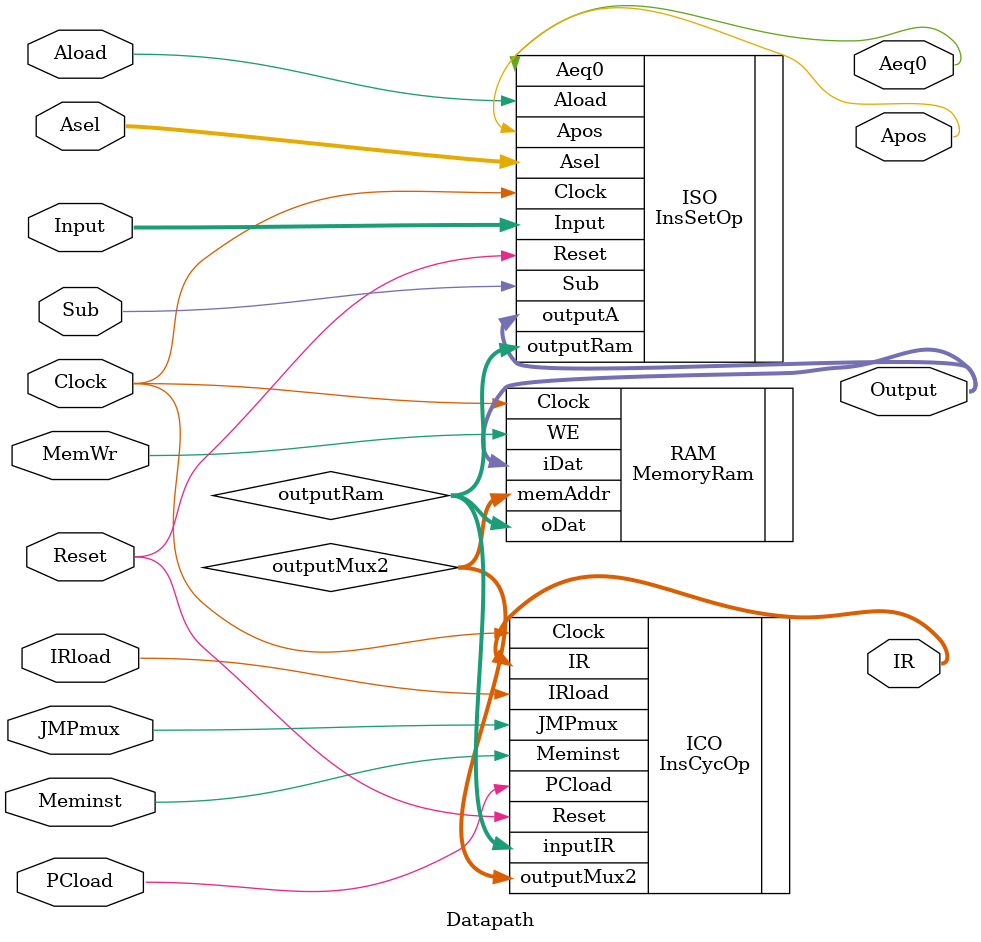
<source format=v>
module Datapath(
	input Clock, Reset, IRload, JMPmux, PCload, Meminst, MemWr, Aload, Sub,
	input [1:0]Asel, 
	input [7:0]Input,
	output Aeq0, Apos,
	output [7:5]IR,
	output [7:0]Output
);
	
	wire [4:0]outputMux2;
	wire [7:0]outputRam, outputAddSub;
	
	InsCycOp  ICO (.Clock(Clock), .Reset(Reset), .IRload(IRload), .JMPmux(JMPmux), .PCload(PCload), .Meminst(Meminst),
				   .inputIR(outputRam), .IR(IR), .outputMux2(outputMux2));
	MemoryRam RAM (.Clock(Clock), .WE(MemWr), .memAddr(outputMux2), .iDat(Output), .oDat(outputRam));
	InsSetOp  ISO (.Clock(Clock), .Reset(Reset), .Aload(Aload), .Sub(Sub), .Asel(Asel), .Input(Input), 
				   .outputRam(outputRam), .outputA(Output), .Aeq0(Aeq0), .Apos(Apos));
	
endmodule 
</source>
